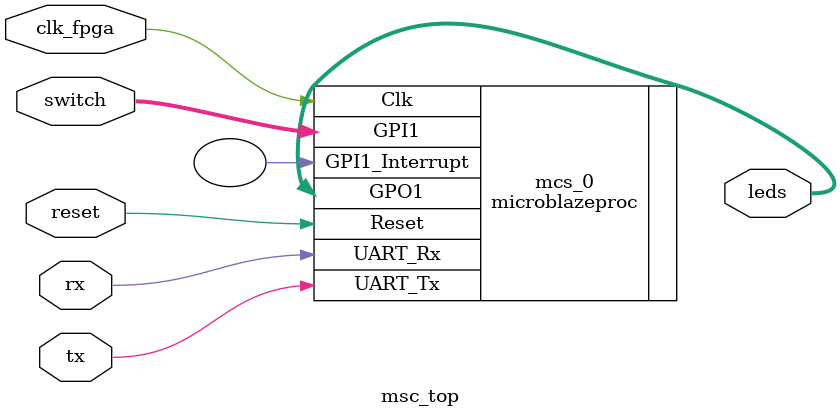
<source format=v>
`timescale 1ns / 1ps
module msc_top(
    input clk_fpga,
    input reset,
    input rx,
    input tx,
    input [7:0] switch,
    output [7:0] leds
    );
microblazeproc mcs_0 (
	 .Clk(clk_fpga),
	 .Reset(reset),
	 .UART_Rx(rx),
	 .UART_Tx(tx),
	 .GPO1(leds),
	 .GPI1(switch),
	 .GPI1_Interrupt()
);

endmodule

</source>
